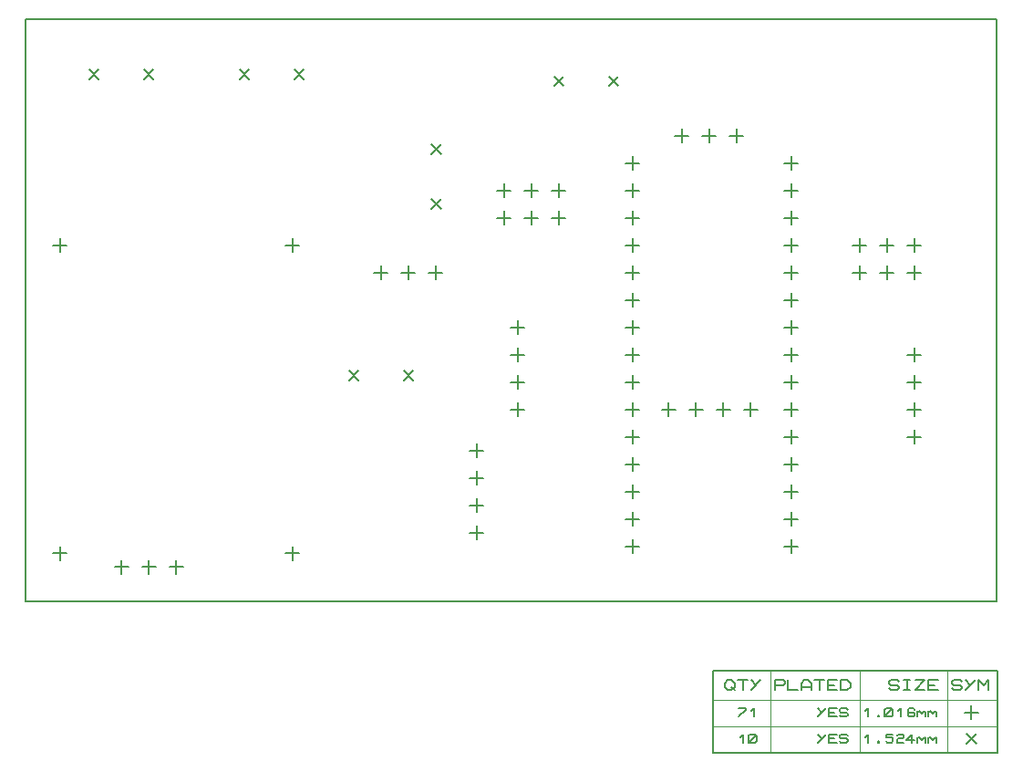
<source format=gbr>
G04 PROTEUS RS274X GERBER FILE*
%FSLAX45Y45*%
%MOMM*%
G01*
%ADD17C,0.203200*%
%ADD18C,0.127000*%
%ADD19C,0.063500*%
D17*
X+7172960Y+3934460D02*
X+7172960Y+3807460D01*
X+7236460Y+3870960D02*
X+7109460Y+3870960D01*
X+7172960Y+1394460D02*
X+7172960Y+1267460D01*
X+7236460Y+1330960D02*
X+7109460Y+1330960D01*
X+7172960Y+3426460D02*
X+7172960Y+3299460D01*
X+7236460Y+3362960D02*
X+7109460Y+3362960D01*
X+7172960Y+3172460D02*
X+7172960Y+3045460D01*
X+7236460Y+3108960D02*
X+7109460Y+3108960D01*
X+7172960Y+2918460D02*
X+7172960Y+2791460D01*
X+7236460Y+2854960D02*
X+7109460Y+2854960D01*
X+7172960Y+2664460D02*
X+7172960Y+2537460D01*
X+7236460Y+2600960D02*
X+7109460Y+2600960D01*
X+7172960Y+2410460D02*
X+7172960Y+2283460D01*
X+7236460Y+2346960D02*
X+7109460Y+2346960D01*
X+7172960Y+2156460D02*
X+7172960Y+2029460D01*
X+7236460Y+2092960D02*
X+7109460Y+2092960D01*
X+7172960Y+1902460D02*
X+7172960Y+1775460D01*
X+7236460Y+1838960D02*
X+7109460Y+1838960D01*
X+7172960Y+1648460D02*
X+7172960Y+1521460D01*
X+7236460Y+1584960D02*
X+7109460Y+1584960D01*
X+5699760Y+1648460D02*
X+5699760Y+1521460D01*
X+5763260Y+1584960D02*
X+5636260Y+1584960D01*
X+5699760Y+1902460D02*
X+5699760Y+1775460D01*
X+5763260Y+1838960D02*
X+5636260Y+1838960D01*
X+5699760Y+2156460D02*
X+5699760Y+2029460D01*
X+5763260Y+2092960D02*
X+5636260Y+2092960D01*
X+5699760Y+2410460D02*
X+5699760Y+2283460D01*
X+5763260Y+2346960D02*
X+5636260Y+2346960D01*
X+5699760Y+2664460D02*
X+5699760Y+2537460D01*
X+5763260Y+2600960D02*
X+5636260Y+2600960D01*
X+5699760Y+2918460D02*
X+5699760Y+2791460D01*
X+5763260Y+2854960D02*
X+5636260Y+2854960D01*
X+5699760Y+3172460D02*
X+5699760Y+3045460D01*
X+5763260Y+3108960D02*
X+5636260Y+3108960D01*
X+5699760Y+3426460D02*
X+5699760Y+3299460D01*
X+5763260Y+3362960D02*
X+5636260Y+3362960D01*
X+5699760Y+3680460D02*
X+5699760Y+3553460D01*
X+5763260Y+3616960D02*
X+5636260Y+3616960D01*
X+5699760Y+3934460D02*
X+5699760Y+3807460D01*
X+5763260Y+3870960D02*
X+5636260Y+3870960D01*
X+5699760Y+4188460D02*
X+5699760Y+4061460D01*
X+5763260Y+4124960D02*
X+5636260Y+4124960D01*
X+7172960Y+4188460D02*
X+7172960Y+4061460D01*
X+7236460Y+4124960D02*
X+7109460Y+4124960D01*
X+5699760Y+1394460D02*
X+5699760Y+1267460D01*
X+5763260Y+1330960D02*
X+5636260Y+1330960D01*
X+7172960Y+886460D02*
X+7172960Y+759460D01*
X+7236460Y+822960D02*
X+7109460Y+822960D01*
X+7172960Y+3680460D02*
X+7172960Y+3553460D01*
X+7236460Y+3616960D02*
X+7109460Y+3616960D01*
X+5699760Y+1140460D02*
X+5699760Y+1013460D01*
X+5763260Y+1076960D02*
X+5636260Y+1076960D01*
X+7172960Y+1140460D02*
X+7172960Y+1013460D01*
X+7236460Y+1076960D02*
X+7109460Y+1076960D01*
X+5699760Y+886460D02*
X+5699760Y+759460D01*
X+5763260Y+822960D02*
X+5636260Y+822960D01*
X+5699760Y+632460D02*
X+5699760Y+505460D01*
X+5763260Y+568960D02*
X+5636260Y+568960D01*
X+7172960Y+632460D02*
X+7172960Y+505460D01*
X+7236460Y+568960D02*
X+7109460Y+568960D01*
X+4251960Y+1267460D02*
X+4251960Y+1140460D01*
X+4315460Y+1203960D02*
X+4188460Y+1203960D01*
X+4251960Y+1013460D02*
X+4251960Y+886460D01*
X+4315460Y+949960D02*
X+4188460Y+949960D01*
X+4251960Y+759460D02*
X+4251960Y+632460D01*
X+4315460Y+695960D02*
X+4188460Y+695960D01*
X+4251960Y+1521460D02*
X+4251960Y+1394460D01*
X+4315460Y+1457960D02*
X+4188460Y+1457960D01*
X+7807960Y+3172460D02*
X+7807960Y+3045460D01*
X+7871460Y+3108960D02*
X+7744460Y+3108960D01*
X+8061960Y+3172460D02*
X+8061960Y+3045460D01*
X+8125460Y+3108960D02*
X+7998460Y+3108960D01*
X+8315960Y+3172460D02*
X+8315960Y+3045460D01*
X+8379460Y+3108960D02*
X+8252460Y+3108960D01*
X+7807960Y+3426460D02*
X+7807960Y+3299460D01*
X+7871460Y+3362960D02*
X+7744460Y+3362960D01*
X+8061960Y+3426460D02*
X+8061960Y+3299460D01*
X+8125460Y+3362960D02*
X+7998460Y+3362960D01*
X+8315960Y+3426460D02*
X+8315960Y+3299460D01*
X+8379460Y+3362960D02*
X+8252460Y+3362960D01*
X+5013960Y+3934460D02*
X+5013960Y+3807460D01*
X+5077460Y+3870960D02*
X+4950460Y+3870960D01*
X+4759960Y+3934460D02*
X+4759960Y+3807460D01*
X+4823460Y+3870960D02*
X+4696460Y+3870960D01*
X+4505960Y+3934460D02*
X+4505960Y+3807460D01*
X+4569460Y+3870960D02*
X+4442460Y+3870960D01*
X+5013960Y+3680460D02*
X+5013960Y+3553460D01*
X+5077460Y+3616960D02*
X+4950460Y+3616960D01*
X+4759960Y+3680460D02*
X+4759960Y+3553460D01*
X+4823460Y+3616960D02*
X+4696460Y+3616960D01*
X+4505960Y+3680460D02*
X+4505960Y+3553460D01*
X+4569460Y+3616960D02*
X+4442460Y+3616960D01*
X+6032500Y+1905000D02*
X+6032500Y+1778000D01*
X+6096000Y+1841500D02*
X+5969000Y+1841500D01*
X+6540500Y+1905000D02*
X+6540500Y+1778000D01*
X+6604000Y+1841500D02*
X+6477000Y+1841500D01*
X+6286500Y+1905000D02*
X+6286500Y+1778000D01*
X+6350000Y+1841500D02*
X+6223000Y+1841500D01*
X+6794500Y+1905000D02*
X+6794500Y+1778000D01*
X+6858000Y+1841500D02*
X+6731000Y+1841500D01*
X+5058861Y+4931861D02*
X+4969059Y+4842059D01*
X+5058861Y+4842059D02*
X+4969059Y+4931861D01*
X+5566861Y+4931861D02*
X+5477059Y+4842059D01*
X+5566861Y+4842059D02*
X+5477059Y+4931861D01*
X+6156960Y+4442460D02*
X+6156960Y+4315460D01*
X+6220460Y+4378960D02*
X+6093460Y+4378960D01*
X+6410960Y+4442460D02*
X+6410960Y+4315460D01*
X+6474460Y+4378960D02*
X+6347460Y+4378960D01*
X+6664960Y+4442460D02*
X+6664960Y+4315460D01*
X+6728460Y+4378960D02*
X+6601460Y+4378960D01*
X+4632960Y+1902460D02*
X+4632960Y+1775460D01*
X+4696460Y+1838960D02*
X+4569460Y+1838960D01*
X+4632960Y+2156460D02*
X+4632960Y+2029460D01*
X+4696460Y+2092960D02*
X+4569460Y+2092960D01*
X+4632960Y+2410460D02*
X+4632960Y+2283460D01*
X+4696460Y+2346960D02*
X+4569460Y+2346960D01*
X+4632960Y+2664460D02*
X+4632960Y+2537460D01*
X+4696460Y+2600960D02*
X+4569460Y+2600960D01*
X+8315960Y+1648460D02*
X+8315960Y+1521460D01*
X+8379460Y+1584960D02*
X+8252460Y+1584960D01*
X+8315960Y+1902460D02*
X+8315960Y+1775460D01*
X+8379460Y+1838960D02*
X+8252460Y+1838960D01*
X+8315960Y+2156460D02*
X+8315960Y+2029460D01*
X+8379460Y+2092960D02*
X+8252460Y+2092960D01*
X+8315960Y+2410460D02*
X+8315960Y+2283460D01*
X+8379460Y+2346960D02*
X+8252460Y+2346960D01*
X+381000Y+571500D02*
X+381000Y+444500D01*
X+444500Y+508000D02*
X+317500Y+508000D01*
X+381000Y+3429000D02*
X+381000Y+3302000D01*
X+444500Y+3365500D02*
X+317500Y+3365500D01*
X+2540000Y+3429000D02*
X+2540000Y+3302000D01*
X+2603500Y+3365500D02*
X+2476500Y+3365500D01*
X+2540000Y+571500D02*
X+2540000Y+444500D01*
X+2603500Y+508000D02*
X+2476500Y+508000D01*
X+952500Y+444500D02*
X+952500Y+317500D01*
X+1016000Y+381000D02*
X+889000Y+381000D01*
X+1460500Y+444500D02*
X+1460500Y+317500D01*
X+1524000Y+381000D02*
X+1397000Y+381000D01*
X+1206500Y+444500D02*
X+1206500Y+317500D01*
X+1270000Y+381000D02*
X+1143000Y+381000D01*
X+3661861Y+2201361D02*
X+3572059Y+2111559D01*
X+3661861Y+2111559D02*
X+3572059Y+2201361D01*
X+3153861Y+2201361D02*
X+3064059Y+2111559D01*
X+3153861Y+2111559D02*
X+3064059Y+2201361D01*
X+3362960Y+3172460D02*
X+3362960Y+3045460D01*
X+3426460Y+3108960D02*
X+3299460Y+3108960D01*
X+3616960Y+3172460D02*
X+3616960Y+3045460D01*
X+3680460Y+3108960D02*
X+3553460Y+3108960D01*
X+3870960Y+3172460D02*
X+3870960Y+3045460D01*
X+3934460Y+3108960D02*
X+3807460Y+3108960D01*
X+3918401Y+3791401D02*
X+3828599Y+3701599D01*
X+3918401Y+3701599D02*
X+3828599Y+3791401D01*
X+3918401Y+4299401D02*
X+3828599Y+4209599D01*
X+3918401Y+4209599D02*
X+3828599Y+4299401D01*
X+2137861Y+4995361D02*
X+2048059Y+4905559D01*
X+2137861Y+4905559D02*
X+2048059Y+4995361D01*
X+2645861Y+4995361D02*
X+2556059Y+4905559D01*
X+2645861Y+4905559D02*
X+2556059Y+4995361D01*
X+740861Y+4995361D02*
X+651059Y+4905559D01*
X+740861Y+4905559D02*
X+651059Y+4995361D01*
X+1248861Y+4995361D02*
X+1159059Y+4905559D01*
X+1248861Y+4905559D02*
X+1159059Y+4995361D01*
X+60960Y+60960D02*
X+9077960Y+60960D01*
X+9077960Y+5458460D01*
X+60960Y+5458460D01*
X+60960Y+60960D01*
D18*
X+6446520Y-1346200D02*
X+9090660Y-1346200D01*
X+9090660Y-584200D01*
X+6446520Y-584200D01*
X+6446520Y-1346200D01*
D19*
X+8623298Y-584200D02*
X+8623298Y-1346200D01*
X+7810498Y-584200D02*
X+7810498Y-1346200D01*
X+6977378Y-584200D02*
X+6977378Y-1346200D01*
X+9090660Y-857250D02*
X+6446520Y-857250D01*
X+9090660Y-1098550D02*
X+6446520Y-1098550D01*
D18*
X+8667750Y-748030D02*
X+8682990Y-763270D01*
X+8743950Y-763270D01*
X+8759190Y-748030D01*
X+8759190Y-732790D01*
X+8743950Y-717550D01*
X+8682990Y-717550D01*
X+8667750Y-702310D01*
X+8667750Y-687070D01*
X+8682990Y-671830D01*
X+8743950Y-671830D01*
X+8759190Y-687070D01*
X+8881110Y-671830D02*
X+8789670Y-763270D01*
X+8789670Y-671830D02*
X+8835390Y-717550D01*
X+8911590Y-763270D02*
X+8911590Y-671830D01*
X+8957310Y-717550D01*
X+9003030Y-671830D01*
X+9003030Y-763270D01*
X+8078470Y-748030D02*
X+8093710Y-763270D01*
X+8154670Y-763270D01*
X+8169910Y-748030D01*
X+8169910Y-732790D01*
X+8154670Y-717550D01*
X+8093710Y-717550D01*
X+8078470Y-702310D01*
X+8078470Y-687070D01*
X+8093710Y-671830D01*
X+8154670Y-671830D01*
X+8169910Y-687070D01*
X+8215630Y-671830D02*
X+8276590Y-671830D01*
X+8246110Y-671830D02*
X+8246110Y-763270D01*
X+8215630Y-763270D02*
X+8276590Y-763270D01*
X+8322310Y-671830D02*
X+8413750Y-671830D01*
X+8322310Y-763270D01*
X+8413750Y-763270D01*
X+8535670Y-763270D02*
X+8444230Y-763270D01*
X+8444230Y-671830D01*
X+8535670Y-671830D01*
X+8444230Y-717550D02*
X+8505190Y-717550D01*
X+7021830Y-763270D02*
X+7021830Y-671830D01*
X+7098030Y-671830D01*
X+7113270Y-687070D01*
X+7113270Y-702310D01*
X+7098030Y-717550D01*
X+7021830Y-717550D01*
X+7143750Y-671830D02*
X+7143750Y-763270D01*
X+7235190Y-763270D01*
X+7265670Y-763270D02*
X+7265670Y-702310D01*
X+7296150Y-671830D01*
X+7326630Y-671830D01*
X+7357110Y-702310D01*
X+7357110Y-763270D01*
X+7265670Y-732790D02*
X+7357110Y-732790D01*
X+7387590Y-671830D02*
X+7479030Y-671830D01*
X+7433310Y-671830D02*
X+7433310Y-763270D01*
X+7600950Y-763270D02*
X+7509510Y-763270D01*
X+7509510Y-671830D01*
X+7600950Y-671830D01*
X+7509510Y-717550D02*
X+7570470Y-717550D01*
X+7631430Y-763270D02*
X+7631430Y-671830D01*
X+7692390Y-671830D01*
X+7722870Y-702310D01*
X+7722870Y-732790D01*
X+7692390Y-763270D01*
X+7631430Y-763270D01*
X+6554470Y-702310D02*
X+6584950Y-671830D01*
X+6615430Y-671830D01*
X+6645910Y-702310D01*
X+6645910Y-732790D01*
X+6615430Y-763270D01*
X+6584950Y-763270D01*
X+6554470Y-732790D01*
X+6554470Y-702310D01*
X+6615430Y-732790D02*
X+6645910Y-763270D01*
X+6676390Y-671830D02*
X+6767830Y-671830D01*
X+6722110Y-671830D02*
X+6722110Y-763270D01*
X+6889750Y-671830D02*
X+6798310Y-763270D01*
X+6798310Y-671830D02*
X+6844030Y-717550D01*
D17*
X+8844280Y-908050D02*
X+8844280Y-1035050D01*
X+8907780Y-971550D02*
X+8780780Y-971550D01*
D18*
X+7861300Y-958850D02*
X+7886700Y-933450D01*
X+7886700Y-1009650D01*
X+7975600Y-996950D02*
X+7988300Y-996950D01*
X+7988300Y-1009650D01*
X+7975600Y-1009650D01*
X+7975600Y-996950D01*
X+8039100Y-996950D02*
X+8039100Y-946150D01*
X+8051800Y-933450D01*
X+8102600Y-933450D01*
X+8115300Y-946150D01*
X+8115300Y-996950D01*
X+8102600Y-1009650D01*
X+8051800Y-1009650D01*
X+8039100Y-996950D01*
X+8039100Y-1009650D02*
X+8115300Y-933450D01*
X+8166100Y-958850D02*
X+8191500Y-933450D01*
X+8191500Y-1009650D01*
X+8318500Y-946150D02*
X+8305800Y-933450D01*
X+8267700Y-933450D01*
X+8255000Y-946150D01*
X+8255000Y-996950D01*
X+8267700Y-1009650D01*
X+8305800Y-1009650D01*
X+8318500Y-996950D01*
X+8318500Y-984250D01*
X+8305800Y-971550D01*
X+8255000Y-971550D01*
X+8343900Y-1009650D02*
X+8343900Y-958850D01*
X+8343900Y-971550D02*
X+8356600Y-958850D01*
X+8382000Y-984250D01*
X+8407400Y-958850D01*
X+8420100Y-971550D01*
X+8420100Y-1009650D01*
X+8445500Y-1009650D02*
X+8445500Y-958850D01*
X+8445500Y-971550D02*
X+8458200Y-958850D01*
X+8483600Y-984250D01*
X+8509000Y-958850D01*
X+8521700Y-971550D01*
X+8521700Y-1009650D01*
X+7493000Y-933450D02*
X+7416800Y-1009650D01*
X+7416800Y-933450D02*
X+7454900Y-971550D01*
X+7594600Y-1009650D02*
X+7518400Y-1009650D01*
X+7518400Y-933450D01*
X+7594600Y-933450D01*
X+7518400Y-971550D02*
X+7569200Y-971550D01*
X+7620000Y-996950D02*
X+7632700Y-1009650D01*
X+7683500Y-1009650D01*
X+7696200Y-996950D01*
X+7696200Y-984250D01*
X+7683500Y-971550D01*
X+7632700Y-971550D01*
X+7620000Y-958850D01*
X+7620000Y-946150D01*
X+7632700Y-933450D01*
X+7683500Y-933450D01*
X+7696200Y-946150D01*
X+6685280Y-933450D02*
X+6748780Y-933450D01*
X+6748780Y-946150D01*
X+6685280Y-1009650D01*
X+6799580Y-958850D02*
X+6824980Y-933450D01*
X+6824980Y-1009650D01*
D17*
X+8889181Y-1167949D02*
X+8799379Y-1257751D01*
X+8889181Y-1257751D02*
X+8799379Y-1167949D01*
D18*
X+7861300Y-1200150D02*
X+7886700Y-1174750D01*
X+7886700Y-1250950D01*
X+7975600Y-1238250D02*
X+7988300Y-1238250D01*
X+7988300Y-1250950D01*
X+7975600Y-1250950D01*
X+7975600Y-1238250D01*
X+8115300Y-1174750D02*
X+8051800Y-1174750D01*
X+8051800Y-1200150D01*
X+8102600Y-1200150D01*
X+8115300Y-1212850D01*
X+8115300Y-1238250D01*
X+8102600Y-1250950D01*
X+8064500Y-1250950D01*
X+8051800Y-1238250D01*
X+8153400Y-1187450D02*
X+8166100Y-1174750D01*
X+8204200Y-1174750D01*
X+8216900Y-1187450D01*
X+8216900Y-1200150D01*
X+8204200Y-1212850D01*
X+8166100Y-1212850D01*
X+8153400Y-1225550D01*
X+8153400Y-1250950D01*
X+8216900Y-1250950D01*
X+8318500Y-1225550D02*
X+8242300Y-1225550D01*
X+8293100Y-1174750D01*
X+8293100Y-1250950D01*
X+8343900Y-1250950D02*
X+8343900Y-1200150D01*
X+8343900Y-1212850D02*
X+8356600Y-1200150D01*
X+8382000Y-1225550D01*
X+8407400Y-1200150D01*
X+8420100Y-1212850D01*
X+8420100Y-1250950D01*
X+8445500Y-1250950D02*
X+8445500Y-1200150D01*
X+8445500Y-1212850D02*
X+8458200Y-1200150D01*
X+8483600Y-1225550D01*
X+8509000Y-1200150D01*
X+8521700Y-1212850D01*
X+8521700Y-1250950D01*
X+7493000Y-1174750D02*
X+7416800Y-1250950D01*
X+7416800Y-1174750D02*
X+7454900Y-1212850D01*
X+7594600Y-1250950D02*
X+7518400Y-1250950D01*
X+7518400Y-1174750D01*
X+7594600Y-1174750D01*
X+7518400Y-1212850D02*
X+7569200Y-1212850D01*
X+7620000Y-1238250D02*
X+7632700Y-1250950D01*
X+7683500Y-1250950D01*
X+7696200Y-1238250D01*
X+7696200Y-1225550D01*
X+7683500Y-1212850D01*
X+7632700Y-1212850D01*
X+7620000Y-1200150D01*
X+7620000Y-1187450D01*
X+7632700Y-1174750D01*
X+7683500Y-1174750D01*
X+7696200Y-1187450D01*
X+6697980Y-1200150D02*
X+6723380Y-1174750D01*
X+6723380Y-1250950D01*
X+6774180Y-1238250D02*
X+6774180Y-1187450D01*
X+6786880Y-1174750D01*
X+6837680Y-1174750D01*
X+6850380Y-1187450D01*
X+6850380Y-1238250D01*
X+6837680Y-1250950D01*
X+6786880Y-1250950D01*
X+6774180Y-1238250D01*
X+6774180Y-1250950D02*
X+6850380Y-1174750D01*
M02*

</source>
